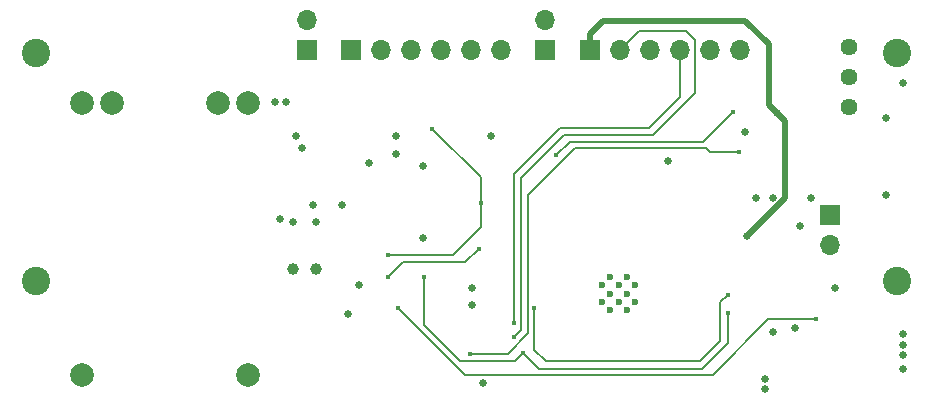
<source format=gbr>
%TF.GenerationSoftware,KiCad,Pcbnew,7.0.10*%
%TF.CreationDate,2024-02-02T07:34:31+01:00*%
%TF.ProjectId,stm32_esp32_pcb,73746d33-325f-4657-9370-33325f706362,rev?*%
%TF.SameCoordinates,Original*%
%TF.FileFunction,Copper,L4,Bot*%
%TF.FilePolarity,Positive*%
%FSLAX46Y46*%
G04 Gerber Fmt 4.6, Leading zero omitted, Abs format (unit mm)*
G04 Created by KiCad (PCBNEW 7.0.10) date 2024-02-02 07:34:31*
%MOMM*%
%LPD*%
G01*
G04 APERTURE LIST*
%TA.AperFunction,HeatsinkPad*%
%ADD10C,0.600000*%
%TD*%
%TA.AperFunction,ComponentPad*%
%ADD11R,1.700000X1.700000*%
%TD*%
%TA.AperFunction,ComponentPad*%
%ADD12O,1.700000X1.700000*%
%TD*%
%TA.AperFunction,ComponentPad*%
%ADD13C,1.440000*%
%TD*%
%TA.AperFunction,ComponentPad*%
%ADD14C,2.000000*%
%TD*%
%TA.AperFunction,ComponentPad*%
%ADD15C,1.000000*%
%TD*%
%TA.AperFunction,ComponentPad*%
%ADD16C,2.400000*%
%TD*%
%TA.AperFunction,ViaPad*%
%ADD17C,0.450000*%
%TD*%
%TA.AperFunction,ViaPad*%
%ADD18C,0.650000*%
%TD*%
%TA.AperFunction,Conductor*%
%ADD19C,0.200000*%
%TD*%
%TA.AperFunction,Conductor*%
%ADD20C,0.500000*%
%TD*%
G04 APERTURE END LIST*
D10*
%TO.P,U4,39,GND*%
%TO.N,GND*%
X182800000Y-80800000D03*
X182800000Y-79400000D03*
X182100000Y-81500000D03*
X182100000Y-80100000D03*
X182100000Y-78700000D03*
X181400000Y-80800000D03*
X181400000Y-79400000D03*
X180700000Y-81500000D03*
X180700000Y-80100000D03*
X180700000Y-78700000D03*
X180000000Y-80800000D03*
X180000000Y-79400000D03*
%TD*%
D11*
%TO.P,J1,1,Pin_1*%
%TO.N,+3V3*%
X158710000Y-59500000D03*
D12*
%TO.P,J1,2,Pin_2*%
%TO.N,/SWCLK*%
X161250000Y-59500000D03*
%TO.P,J1,3,Pin_3*%
%TO.N,GND*%
X163790000Y-59500000D03*
%TO.P,J1,4,Pin_4*%
%TO.N,/SWDIO*%
X166330000Y-59500000D03*
%TO.P,J1,5,Pin_5*%
%TO.N,/NRST*%
X168870000Y-59500000D03*
%TO.P,J1,6,Pin_6*%
%TO.N,/SWO*%
X171410000Y-59500000D03*
%TD*%
D11*
%TO.P,J5,1,Pin_1*%
%TO.N,/STM32*%
X155050000Y-59525000D03*
D12*
%TO.P,J5,2,Pin_2*%
%TO.N,GND*%
X155050000Y-56985000D03*
%TD*%
D13*
%TO.P,RV1,1,1*%
%TO.N,Net-(U2A--)*%
X200925000Y-59220000D03*
%TO.P,RV1,2,2*%
%TO.N,Net-(R9-Pad1)*%
X200925000Y-61760000D03*
%TO.P,RV1,3,3*%
X200925000Y-64300000D03*
%TD*%
D11*
%TO.P,J4,1,Pin_1*%
%TO.N,/ESP32*%
X175200000Y-59475000D03*
D12*
%TO.P,J4,2,Pin_2*%
%TO.N,GND*%
X175200000Y-56935000D03*
%TD*%
D11*
%TO.P,J3,1,Pin_1*%
%TO.N,/EMITER*%
X199300000Y-73450000D03*
D12*
%TO.P,J3,2,Pin_2*%
%TO.N,+3V3*%
X199300000Y-75990000D03*
%TD*%
D14*
%TO.P,MOD1,1,+*%
%TO.N,unconnected-(MOD1-+-Pad1)*%
X136000000Y-87000000D03*
%TO.P,MOD1,2,-*%
%TO.N,unconnected-(MOD1---Pad2)*%
X150000000Y-87000000D03*
%TO.P,MOD1,3,OUT+*%
%TO.N,VBUS*%
X136000000Y-64000000D03*
%TO.P,MOD1,4,OUT-*%
%TO.N,GND*%
X150000000Y-64000000D03*
%TO.P,MOD1,5,B+*%
%TO.N,/B+*%
X138540000Y-64000000D03*
%TO.P,MOD1,6,B-*%
%TO.N,/B-*%
X147460000Y-64000000D03*
%TD*%
D15*
%TO.P,Y1,1,1*%
%TO.N,/OSC2*%
X153850000Y-78000000D03*
%TO.P,Y1,2,2*%
%TO.N,/OSC1*%
X155750000Y-78000000D03*
%TD*%
D11*
%TO.P,J2,1,Pin_1*%
%TO.N,+3.3VDAC*%
X178960000Y-59500000D03*
D12*
%TO.P,J2,2,Pin_2*%
%TO.N,/RX*%
X181500000Y-59500000D03*
%TO.P,J2,3,Pin_3*%
%TO.N,GND*%
X184040000Y-59500000D03*
%TO.P,J2,4,Pin_4*%
%TO.N,/TX*%
X186580000Y-59500000D03*
%TO.P,J2,5,Pin_5*%
%TO.N,/EN*%
X189120000Y-59500000D03*
%TO.P,J2,6,Pin_6*%
%TO.N,/IO00*%
X191660000Y-59500000D03*
%TD*%
D16*
%TO.P,BT1,1+*%
%TO.N,/B+*%
X132100000Y-79000000D03*
%TO.P,BT1,1-*%
%TO.N,/B-*%
X205000000Y-79000000D03*
%TO.P,BT1,2+*%
%TO.N,/B+*%
X132100000Y-59700000D03*
%TO.P,BT1,2-*%
%TO.N,/B-*%
X205000000Y-59700000D03*
%TD*%
D17*
%TO.N,/ESP32_E*%
X162700000Y-81300000D03*
X198100000Y-82300000D03*
%TO.N,/RX*%
X172500000Y-83800000D03*
%TO.N,/PULSE*%
X191600000Y-68100000D03*
X168850000Y-85200000D03*
%TO.N,/SCL*%
X164950000Y-78700000D03*
X173300000Y-85100000D03*
X190650000Y-81750000D03*
%TO.N,/SDA*%
X174250000Y-81315000D03*
X190650000Y-80200000D03*
%TO.N,/TX*%
X172500000Y-82600000D03*
%TO.N,/BOOT0*%
X169700000Y-72425000D03*
X165600000Y-66150000D03*
X161900000Y-76800000D03*
%TO.N,/NRST*%
X161900000Y-78700000D03*
X169550000Y-76300000D03*
D18*
%TO.N,+3V3*%
X193000000Y-72000000D03*
X197650000Y-71975000D03*
X159400000Y-79400000D03*
X199700000Y-79600000D03*
X169000000Y-79600000D03*
X160225000Y-69075000D03*
X170600000Y-66787500D03*
%TO.N,GND*%
X153850000Y-74025000D03*
X193800000Y-87300000D03*
X162550000Y-68250000D03*
X194450000Y-83400000D03*
X152300000Y-63900000D03*
X153200000Y-63900000D03*
X155500000Y-72600000D03*
X162550000Y-66750000D03*
X204000000Y-71750000D03*
X158000000Y-72600000D03*
X164837500Y-75400000D03*
X155750000Y-74025000D03*
X154600000Y-67750000D03*
X204000000Y-65250000D03*
X196350000Y-83000000D03*
X185600000Y-68850000D03*
X169900000Y-87650000D03*
X158500000Y-81875000D03*
X205500000Y-84500000D03*
X205500000Y-83500000D03*
X192100000Y-66400000D03*
X196750000Y-74350000D03*
X164800000Y-69300000D03*
X152700000Y-73775000D03*
X169000000Y-81100000D03*
X194500000Y-72000000D03*
X205500000Y-62237500D03*
X193750000Y-88150000D03*
D17*
%TO.N,/IO00*%
X191050000Y-64750000D03*
X176100000Y-68400000D03*
D18*
%TO.N,+3.3VDAC*%
X192300000Y-75250000D03*
X194800000Y-64800000D03*
%TO.N,VBUS*%
X205500000Y-86500000D03*
X205500000Y-85300003D03*
X154100000Y-66800000D03*
%TD*%
D19*
%TO.N,/ESP32_E*%
X162700000Y-81300000D02*
X168400000Y-87000000D01*
X168400000Y-87000000D02*
X189350000Y-87000000D01*
X194050000Y-82300000D02*
X198100000Y-82300000D01*
X189350000Y-87000000D02*
X194050000Y-82300000D01*
%TO.N,/RX*%
X187850000Y-63100000D02*
X187850000Y-58650000D01*
X187100000Y-57900000D02*
X183100000Y-57900000D01*
X173100000Y-70350000D02*
X176800000Y-66650000D01*
X187850000Y-58650000D02*
X187100000Y-57900000D01*
X183100000Y-57900000D02*
X181500000Y-59500000D01*
X172500000Y-83800000D02*
X173100000Y-83200000D01*
X173100000Y-83200000D02*
X173100000Y-70350000D01*
X176800000Y-66650000D02*
X184300000Y-66650000D01*
X184300000Y-66650000D02*
X187850000Y-63100000D01*
%TO.N,/PULSE*%
X173750000Y-83450000D02*
X173750000Y-71750000D01*
X173750000Y-71750000D02*
X177700000Y-67800000D01*
X188800000Y-67800000D02*
X189100000Y-68100000D01*
X168850000Y-85200000D02*
X172000000Y-85200000D01*
X177700000Y-67800000D02*
X188800000Y-67800000D01*
X172000000Y-85200000D02*
X173750000Y-83450000D01*
X189100000Y-68100000D02*
X191600000Y-68100000D01*
%TO.N,/SCL*%
X164950000Y-82800000D02*
X164950000Y-78700000D01*
X173300000Y-85100000D02*
X174650000Y-86450000D01*
X167950000Y-85800000D02*
X164950000Y-82800000D01*
X172600000Y-85800000D02*
X167950000Y-85800000D01*
X190650000Y-84250000D02*
X190650000Y-81750000D01*
X173300000Y-85100000D02*
X172600000Y-85800000D01*
X174650000Y-86450000D02*
X188450000Y-86450000D01*
X188450000Y-86450000D02*
X190650000Y-84250000D01*
%TO.N,/SDA*%
X174250000Y-81315000D02*
X174250000Y-84850000D01*
X188300000Y-85850000D02*
X190000000Y-84150000D01*
X175250000Y-85850000D02*
X188300000Y-85850000D01*
X174250000Y-84850000D02*
X175250000Y-85850000D01*
X190000000Y-84150000D02*
X190000000Y-80850000D01*
X190000000Y-80850000D02*
X190650000Y-80200000D01*
%TO.N,/TX*%
X183950000Y-66050000D02*
X186580000Y-63420000D01*
X186580000Y-63420000D02*
X186580000Y-59500000D01*
X172500000Y-82600000D02*
X172500000Y-70000000D01*
X172500000Y-70000000D02*
X176450000Y-66050000D01*
X176450000Y-66050000D02*
X183950000Y-66050000D01*
%TO.N,/BOOT0*%
X169700000Y-70250000D02*
X165600000Y-66150000D01*
X169700000Y-74500000D02*
X167400000Y-76800000D01*
X167400000Y-76800000D02*
X161900000Y-76800000D01*
X169700000Y-72425000D02*
X169700000Y-74500000D01*
X169700000Y-72425000D02*
X169700000Y-70250000D01*
%TO.N,/NRST*%
X168400000Y-77450000D02*
X163150000Y-77450000D01*
X163150000Y-77450000D02*
X161900000Y-78700000D01*
X169550000Y-76300000D02*
X168400000Y-77450000D01*
%TO.N,/IO00*%
X177250000Y-67250000D02*
X188550000Y-67250000D01*
X176100000Y-68400000D02*
X177250000Y-67250000D01*
X188550000Y-67250000D02*
X191050000Y-64750000D01*
D20*
%TO.N,+3.3VDAC*%
X180100000Y-57000000D02*
X178960000Y-58140000D01*
X194100000Y-59000000D02*
X192100000Y-57000000D01*
X194100000Y-64100000D02*
X194100000Y-59000000D01*
X194800000Y-64800000D02*
X194100000Y-64100000D01*
X192100000Y-57000000D02*
X180100000Y-57000000D01*
X178960000Y-58140000D02*
X178960000Y-59500000D01*
X192300000Y-75250000D02*
X195500000Y-72050000D01*
X195500000Y-72050000D02*
X195500000Y-65500000D01*
X195500000Y-65500000D02*
X194800000Y-64800000D01*
%TD*%
M02*

</source>
